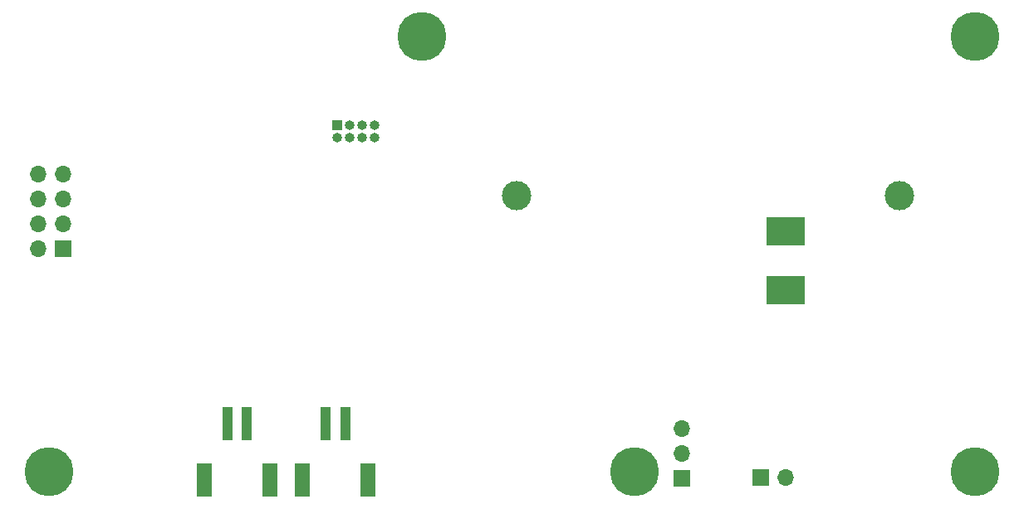
<source format=gbs>
G04 #@! TF.GenerationSoftware,KiCad,Pcbnew,5.1.10-88a1d61d58~90~ubuntu20.04.1*
G04 #@! TF.CreationDate,2021-08-09T16:52:55-07:00*
G04 #@! TF.ProjectId,PatchV3,50617463-6856-4332-9e6b-696361645f70,rev?*
G04 #@! TF.SameCoordinates,Original*
G04 #@! TF.FileFunction,Soldermask,Bot*
G04 #@! TF.FilePolarity,Negative*
%FSLAX46Y46*%
G04 Gerber Fmt 4.6, Leading zero omitted, Abs format (unit mm)*
G04 Created by KiCad (PCBNEW 5.1.10-88a1d61d58~90~ubuntu20.04.1) date 2021-08-09 16:52:55*
%MOMM*%
%LPD*%
G01*
G04 APERTURE LIST*
%ADD10O,1.700000X1.700000*%
%ADD11R,1.700000X1.700000*%
%ADD12C,3.000000*%
%ADD13O,1.000000X1.000000*%
%ADD14R,1.000000X1.000000*%
%ADD15R,4.000000X3.000000*%
%ADD16C,5.000000*%
%ADD17R,1.000001X3.500001*%
%ADD18R,1.500000X3.400001*%
G04 APERTURE END LIST*
D10*
X51689000Y-66802000D03*
X54229000Y-66802000D03*
X51689000Y-69342000D03*
X54229000Y-69342000D03*
X51689000Y-71882000D03*
X54229000Y-71882000D03*
X51689000Y-74422000D03*
D11*
X54229000Y-74422000D03*
D12*
X100500000Y-69000000D03*
X139500000Y-69000000D03*
D10*
X117348000Y-92837000D03*
X117348000Y-95377000D03*
D11*
X117348000Y-97917000D03*
D10*
X127880000Y-97828000D03*
D11*
X125340000Y-97828000D03*
D13*
X85979000Y-63119000D03*
X85979000Y-61849000D03*
X84709000Y-63119000D03*
X84709000Y-61849000D03*
X83439000Y-63119000D03*
X83439000Y-61849000D03*
X82169000Y-63119000D03*
D14*
X82169000Y-61849000D03*
D15*
X127879000Y-78692000D03*
X127879000Y-72692000D03*
D16*
X90800000Y-52800000D03*
X112500000Y-97200000D03*
X147200000Y-52800000D03*
X147200000Y-97200000D03*
X52800000Y-97200000D03*
D17*
X83000001Y-92349999D03*
X80999999Y-92349999D03*
D18*
X85350001Y-98100000D03*
X78649999Y-98100000D03*
D17*
X73000001Y-92349999D03*
X70999999Y-92349999D03*
D18*
X75350001Y-98100000D03*
X68649999Y-98100000D03*
M02*

</source>
